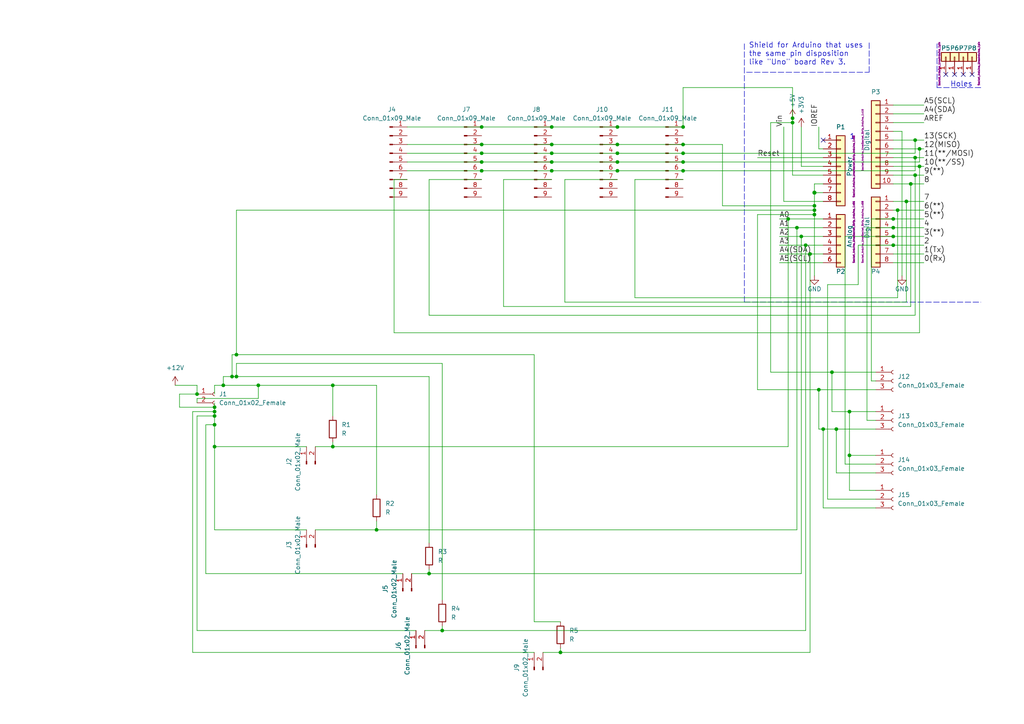
<source format=kicad_sch>
(kicad_sch (version 20211123) (generator eeschema)
  (paper "A4")
  (title_block (date "lun. 30 mars 2015"))
  (lib_symbols
    (symbol "Connector:Conn_01x02_Female" (pin_names (offset 1.016) hide)
      (property "Reference" "J" (at 0 2.54 0))
      (property "Value" "Conn_01x02_Female" (at 0 -5.08 0))
      (symbol "Conn_01x02_Female_1_1"
        (arc (start 0 -2.032) (mid -0.508 -2.54) (end 0 -3.048) (stroke (width 0.1524)))
        (polyline (pts (xy -1.27 -2.54) (xy -0.508 -2.54)) (stroke (width 0.1524)))
        (polyline (pts (xy -1.27 0) (xy -0.508 0)) (stroke (width 0.1524)))
        (arc (start 0 0.508) (mid -0.508 0) (end 0 -0.508) (stroke (width 0.1524)))
        (pin passive line (at -5.08 0 0) (length 3.81) (name "Pin_1") (number "1"))
        (pin passive line (at -5.08 -2.54 0) (length 3.81) (name "Pin_2") (number "2"))
      )
    )
    (symbol "Connector:Conn_01x02_Male" (pin_names (offset 1.016) hide)
      (property "Reference" "J" (at 0 2.54 0))
      (property "Value" "Conn_01x02_Male" (at 0 -5.08 0))
      (symbol "Conn_01x02_Male_1_1"
        (polyline (pts (xy 1.27 -2.54) (xy 0.8636 -2.54)) (stroke (width 0.1524)))
        (polyline (pts (xy 1.27 0) (xy 0.8636 0)) (stroke (width 0.1524)))
        (rectangle (start 0.8636 -2.413) (end 0 -2.667) (stroke (width 0.1524)) (fill (type outline)))
        (rectangle (start 0.8636 0.127) (end 0 -0.127) (stroke (width 0.1524)) (fill (type outline)))
        (pin passive line (at 5.08 0 180) (length 3.81) (name "Pin_1") (number "1"))
        (pin passive line (at 5.08 -2.54 180) (length 3.81) (name "Pin_2") (number "2"))
      )
    )
    (symbol "Connector:Conn_01x03_Female" (pin_names (offset 1.016) hide)
      (property "Reference" "J" (at 0 5.08 0))
      (property "Value" "Conn_01x03_Female" (at 0 -5.08 0))
      (symbol "Conn_01x03_Female_1_1"
        (arc (start 0 -2.032) (mid -0.508 -2.54) (end 0 -3.048) (stroke (width 0.1524)))
        (polyline (pts (xy -1.27 -2.54) (xy -0.508 -2.54)) (stroke (width 0.1524)))
        (polyline (pts (xy -1.27 0) (xy -0.508 0)) (stroke (width 0.1524)))
        (polyline (pts (xy -1.27 2.54) (xy -0.508 2.54)) (stroke (width 0.1524)))
        (arc (start 0 0.508) (mid -0.508 0) (end 0 -0.508) (stroke (width 0.1524)))
        (arc (start 0 3.048) (mid -0.508 2.54) (end 0 2.032) (stroke (width 0.1524)))
        (pin passive line (at -5.08 2.54 0) (length 3.81) (name "Pin_1") (number "1"))
        (pin passive line (at -5.08 0 0) (length 3.81) (name "Pin_2") (number "2"))
        (pin passive line (at -5.08 -2.54 0) (length 3.81) (name "Pin_3") (number "3"))
      )
    )
    (symbol "Connector:Conn_01x09_Male" (pin_names (offset 1.016) hide)
      (property "Reference" "J" (at 0 12.7 0))
      (property "Value" "Conn_01x09_Male" (at 0 -12.7 0))
      (symbol "Conn_01x09_Male_1_1"
        (polyline (pts (xy 1.27 -10.16) (xy 0.8636 -10.16)) (stroke (width 0.1524)))
        (polyline (pts (xy 1.27 -7.62) (xy 0.8636 -7.62)) (stroke (width 0.1524)))
        (polyline (pts (xy 1.27 -5.08) (xy 0.8636 -5.08)) (stroke (width 0.1524)))
        (polyline (pts (xy 1.27 -2.54) (xy 0.8636 -2.54)) (stroke (width 0.1524)))
        (polyline (pts (xy 1.27 0) (xy 0.8636 0)) (stroke (width 0.1524)))
        (polyline (pts (xy 1.27 2.54) (xy 0.8636 2.54)) (stroke (width 0.1524)))
        (polyline (pts (xy 1.27 5.08) (xy 0.8636 5.08)) (stroke (width 0.1524)))
        (polyline (pts (xy 1.27 7.62) (xy 0.8636 7.62)) (stroke (width 0.1524)))
        (polyline (pts (xy 1.27 10.16) (xy 0.8636 10.16)) (stroke (width 0.1524)))
        (rectangle (start 0.8636 -10.033) (end 0 -10.287) (stroke (width 0.1524)) (fill (type outline)))
        (rectangle (start 0.8636 -7.493) (end 0 -7.747) (stroke (width 0.1524)) (fill (type outline)))
        (rectangle (start 0.8636 -4.953) (end 0 -5.207) (stroke (width 0.1524)) (fill (type outline)))
        (rectangle (start 0.8636 -2.413) (end 0 -2.667) (stroke (width 0.1524)) (fill (type outline)))
        (rectangle (start 0.8636 0.127) (end 0 -0.127) (stroke (width 0.1524)) (fill (type outline)))
        (rectangle (start 0.8636 2.667) (end 0 2.413) (stroke (width 0.1524)) (fill (type outline)))
        (rectangle (start 0.8636 5.207) (end 0 4.953) (stroke (width 0.1524)) (fill (type outline)))
        (rectangle (start 0.8636 7.747) (end 0 7.493) (stroke (width 0.1524)) (fill (type outline)))
        (rectangle (start 0.8636 10.287) (end 0 10.033) (stroke (width 0.1524)) (fill (type outline)))
        (pin passive line (at 5.08 10.16 180) (length 3.81) (name "Pin_1") (number "1"))
        (pin passive line (at 5.08 7.62 180) (length 3.81) (name "Pin_2") (number "2"))
        (pin passive line (at 5.08 5.08 180) (length 3.81) (name "Pin_3") (number "3"))
        (pin passive line (at 5.08 2.54 180) (length 3.81) (name "Pin_4") (number "4"))
        (pin passive line (at 5.08 0 180) (length 3.81) (name "Pin_5") (number "5"))
        (pin passive line (at 5.08 -2.54 180) (length 3.81) (name "Pin_6") (number "6"))
        (pin passive line (at 5.08 -5.08 180) (length 3.81) (name "Pin_7") (number "7"))
        (pin passive line (at 5.08 -7.62 180) (length 3.81) (name "Pin_8") (number "8"))
        (pin passive line (at 5.08 -10.16 180) (length 3.81) (name "Pin_9") (number "9"))
      )
    )
    (symbol "Connector_Generic:Conn_01x01" (pin_names (offset 1.016) hide)
      (property "Reference" "J" (at 0 2.54 0))
      (property "Value" "Conn_01x01" (at 0 -2.54 0))
      (symbol "Conn_01x01_1_1"
        (rectangle (start -1.27 0.127) (end 0 -0.127) (stroke (width 0.1524)))
        (rectangle (start -1.27 1.27) (end 1.27 -1.27) (stroke (width 0.254)) (fill (type background)))
        (pin passive line (at -5.08 0 0) (length 3.81) (name "Pin_1") (number "1"))
      )
    )
    (symbol "Connector_Generic:Conn_01x06" (pin_names (offset 1.016) hide)
      (property "Reference" "J" (at 0 7.62 0))
      (property "Value" "Conn_01x06" (at 0 -10.16 0))
      (symbol "Conn_01x06_1_1"
        (rectangle (start -1.27 -7.493) (end 0 -7.747) (stroke (width 0.1524)))
        (rectangle (start -1.27 -4.953) (end 0 -5.207) (stroke (width 0.1524)))
        (rectangle (start -1.27 -2.413) (end 0 -2.667) (stroke (width 0.1524)))
        (rectangle (start -1.27 0.127) (end 0 -0.127) (stroke (width 0.1524)))
        (rectangle (start -1.27 2.667) (end 0 2.413) (stroke (width 0.1524)))
        (rectangle (start -1.27 5.207) (end 0 4.953) (stroke (width 0.1524)))
        (rectangle (start -1.27 6.35) (end 1.27 -8.89) (stroke (width 0.254)) (fill (type background)))
        (pin passive line (at -5.08 5.08 0) (length 3.81) (name "Pin_1") (number "1"))
        (pin passive line (at -5.08 2.54 0) (length 3.81) (name "Pin_2") (number "2"))
        (pin passive line (at -5.08 0 0) (length 3.81) (name "Pin_3") (number "3"))
        (pin passive line (at -5.08 -2.54 0) (length 3.81) (name "Pin_4") (number "4"))
        (pin passive line (at -5.08 -5.08 0) (length 3.81) (name "Pin_5") (number "5"))
        (pin passive line (at -5.08 -7.62 0) (length 3.81) (name "Pin_6") (number "6"))
      )
    )
    (symbol "Connector_Generic:Conn_01x08" (pin_names (offset 1.016) hide)
      (property "Reference" "J" (at 0 10.16 0))
      (property "Value" "Conn_01x08" (at 0 -12.7 0))
      (symbol "Conn_01x08_1_1"
        (rectangle (start -1.27 -10.033) (end 0 -10.287) (stroke (width 0.1524)))
        (rectangle (start -1.27 -7.493) (end 0 -7.747) (stroke (width 0.1524)))
        (rectangle (start -1.27 -4.953) (end 0 -5.207) (stroke (width 0.1524)))
        (rectangle (start -1.27 -2.413) (end 0 -2.667) (stroke (width 0.1524)))
        (rectangle (start -1.27 0.127) (end 0 -0.127) (stroke (width 0.1524)))
        (rectangle (start -1.27 2.667) (end 0 2.413) (stroke (width 0.1524)))
        (rectangle (start -1.27 5.207) (end 0 4.953) (stroke (width 0.1524)))
        (rectangle (start -1.27 7.747) (end 0 7.493) (stroke (width 0.1524)))
        (rectangle (start -1.27 8.89) (end 1.27 -11.43) (stroke (width 0.254)) (fill (type background)))
        (pin passive line (at -5.08 7.62 0) (length 3.81) (name "Pin_1") (number "1"))
        (pin passive line (at -5.08 5.08 0) (length 3.81) (name "Pin_2") (number "2"))
        (pin passive line (at -5.08 2.54 0) (length 3.81) (name "Pin_3") (number "3"))
        (pin passive line (at -5.08 0 0) (length 3.81) (name "Pin_4") (number "4"))
        (pin passive line (at -5.08 -2.54 0) (length 3.81) (name "Pin_5") (number "5"))
        (pin passive line (at -5.08 -5.08 0) (length 3.81) (name "Pin_6") (number "6"))
        (pin passive line (at -5.08 -7.62 0) (length 3.81) (name "Pin_7") (number "7"))
        (pin passive line (at -5.08 -10.16 0) (length 3.81) (name "Pin_8") (number "8"))
      )
    )
    (symbol "Connector_Generic:Conn_01x10" (pin_names (offset 1.016) hide)
      (property "Reference" "J" (at 0 12.7 0))
      (property "Value" "Conn_01x10" (at 0 -15.24 0))
      (symbol "Conn_01x10_1_1"
        (rectangle (start -1.27 -12.573) (end 0 -12.827) (stroke (width 0.1524)))
        (rectangle (start -1.27 -10.033) (end 0 -10.287) (stroke (width 0.1524)))
        (rectangle (start -1.27 -7.493) (end 0 -7.747) (stroke (width 0.1524)))
        (rectangle (start -1.27 -4.953) (end 0 -5.207) (stroke (width 0.1524)))
        (rectangle (start -1.27 -2.413) (end 0 -2.667) (stroke (width 0.1524)))
        (rectangle (start -1.27 0.127) (end 0 -0.127) (stroke (width 0.1524)))
        (rectangle (start -1.27 2.667) (end 0 2.413) (stroke (width 0.1524)))
        (rectangle (start -1.27 5.207) (end 0 4.953) (stroke (width 0.1524)))
        (rectangle (start -1.27 7.747) (end 0 7.493) (stroke (width 0.1524)))
        (rectangle (start -1.27 10.287) (end 0 10.033) (stroke (width 0.1524)))
        (rectangle (start -1.27 11.43) (end 1.27 -13.97) (stroke (width 0.254)) (fill (type background)))
        (pin passive line (at -5.08 10.16 0) (length 3.81) (name "Pin_1") (number "1"))
        (pin passive line (at -5.08 -12.7 0) (length 3.81) (name "Pin_10") (number "10"))
        (pin passive line (at -5.08 7.62 0) (length 3.81) (name "Pin_2") (number "2"))
        (pin passive line (at -5.08 5.08 0) (length 3.81) (name "Pin_3") (number "3"))
        (pin passive line (at -5.08 2.54 0) (length 3.81) (name "Pin_4") (number "4"))
        (pin passive line (at -5.08 0 0) (length 3.81) (name "Pin_5") (number "5"))
        (pin passive line (at -5.08 -2.54 0) (length 3.81) (name "Pin_6") (number "6"))
        (pin passive line (at -5.08 -5.08 0) (length 3.81) (name "Pin_7") (number "7"))
        (pin passive line (at -5.08 -7.62 0) (length 3.81) (name "Pin_8") (number "8"))
        (pin passive line (at -5.08 -10.16 0) (length 3.81) (name "Pin_9") (number "9"))
      )
    )
    (symbol "Device:R" (pin_numbers hide) (pin_names (offset 0))
      (property "Reference" "R" (at 2.032 0 90))
      (property "Value" "R" (at 0 0 90))
      (symbol "R_0_1"
        (rectangle (start -1.016 -2.54) (end 1.016 2.54) (stroke (width 0.254)))
      )
      (symbol "R_1_1"
        (pin passive line (at 0 3.81 270) (length 1.27) (name "~") (number "1"))
        (pin passive line (at 0 -3.81 90) (length 1.27) (name "~") (number "2"))
      )
    )
    (symbol "power:+12V" (power) (pin_names (offset 0))
      (property "Value" "+12V" (at 0 3.556 0))
      (symbol "+12V_0_1"
        (polyline (pts (xy -0.762 1.27) (xy 0 2.54)))
        (polyline (pts (xy 0 0) (xy 0 2.54)))
        (polyline (pts (xy 0 2.54) (xy 0.762 1.27)))
      )
      (symbol "+12V_1_1"
        (pin power_in line (at 0 0 90) (length 0) hide (name "+12V") (number "1"))
      )
    )
    (symbol "power:+3.3V" (power) (pin_names (offset 0))
      (property "Value" "+3.3V" (at 0 3.556 0))
      (symbol "+3.3V_0_1"
        (polyline (pts (xy -0.762 1.27) (xy 0 2.54)))
        (polyline (pts (xy 0 0) (xy 0 2.54)))
        (polyline (pts (xy 0 2.54) (xy 0.762 1.27)))
      )
      (symbol "+3.3V_1_1"
        (pin power_in line (at 0 0 90) (length 0) hide (name "+3V3") (number "1"))
      )
    )
    (symbol "power:+5V" (power) (pin_names (offset 0))
      (property "Value" "+5V" (at 0 3.556 0))
      (symbol "+5V_0_1"
        (polyline (pts (xy -0.762 1.27) (xy 0 2.54)))
        (polyline (pts (xy 0 0) (xy 0 2.54)))
        (polyline (pts (xy 0 2.54) (xy 0.762 1.27)))
      )
      (symbol "+5V_1_1"
        (pin power_in line (at 0 0 90) (length 0) hide (name "+5V") (number "1"))
      )
    )
    (symbol "power:GND" (power) (pin_names (offset 0))
      (property "Value" "GND" (at 0 -3.81 0))
      (symbol "GND_0_1"
        (polyline (pts (xy 0 0) (xy 0 -1.27) (xy 1.27 -1.27) (xy 0 -2.54) (xy -1.27 -1.27) (xy 0 -1.27)))
      )
      (symbol "GND_1_1"
        (pin power_in line (at 0 0 270) (length 0) hide (name "GND") (number "1"))
      )
    )
  )
  (junction (at 67.31 109.22))
  (junction (at 198.12 41.91))
  (junction (at 179.07 46.99))
  (junction (at 246.38 119.38))
  (junction (at 62.23 129.54))
  (junction (at 160.02 44.45))
  (junction (at 262.89 58.42))
  (junction (at 237.49 113.03))
  (junction (at 62.23 119.38))
  (junction (at 265.43 45.72))
  (junction (at 139.7 49.53))
  (junction (at 62.23 123.19))
  (junction (at 236.22 62.23))
  (junction (at 266.7 48.26))
  (junction (at 198.12 36.83))
  (junction (at 246.38 132.08))
  (junction (at 179.07 36.83))
  (junction (at 242.57 124.46))
  (junction (at 234.95 73.66))
  (junction (at 198.12 49.53))
  (junction (at 62.23 118.11))
  (junction (at 259.08 71.12))
  (junction (at 198.12 44.45))
  (junction (at 68.58 102.87))
  (junction (at 229.87 35.56))
  (junction (at 179.07 41.91))
  (junction (at 74.93 111.76))
  (junction (at 139.7 41.91))
  (junction (at 109.22 153.67))
  (junction (at 162.56 189.23))
  (junction (at 128.27 182.88))
  (junction (at 179.07 49.53))
  (junction (at 96.52 129.54))
  (junction (at 265.43 40.64))
  (junction (at 236.22 60.96))
  (junction (at 139.7 46.99))
  (junction (at 241.3 107.95))
  (junction (at 160.02 41.91))
  (junction (at 231.14 66.04))
  (junction (at 259.08 68.58))
  (junction (at 266.7 43.18))
  (junction (at 236.22 59.69))
  (junction (at 139.7 44.45))
  (junction (at 236.22 55.88) (diameter 1.016))
  (junction (at 160.02 49.53))
  (junction (at 260.35 60.96))
  (junction (at 229.87 34.29))
  (junction (at 64.77 111.76))
  (junction (at 160.02 46.99))
  (junction (at 259.08 63.5))
  (junction (at 228.6 63.5))
  (junction (at 232.41 68.58))
  (junction (at 259.08 66.04))
  (junction (at 179.07 44.45))
  (junction (at 238.76 124.46))
  (junction (at 198.12 46.99))
  (junction (at 96.52 111.76))
  (junction (at 233.68 71.12))
  (junction (at 57.15 114.3))
  (junction (at 68.58 109.22))
  (junction (at 124.46 166.37))
  (junction (at 139.7 36.83))
  (junction (at 160.02 36.83))
  (junction (at 265.43 50.8))
  (junction (at 264.16 53.34))
  (junction (at 62.23 120.65))
  (no_connect (at 279.4 21.59))
  (no_connect (at 274.32 21.59))
  (no_connect (at 276.86 21.59))
  (no_connect (at 281.94 21.59))
  (no_connect (at 238.76 40.64))
  (wire (pts (xy 254 142.24) (xy 246.38 142.24)))
  (wire (pts (xy 59.69 166.37) (xy 59.69 123.19)))
  (wire (pts (xy 114.3 52.07) (xy 114.3 96.52)))
  (wire (pts (xy 68.58 109.22) (xy 67.31 109.22)))
  (wire (pts (xy 242.57 124.46) (xy 238.76 124.46)))
  (wire (pts (xy 118.11 41.91) (xy 139.7 41.91)))
  (wire (pts (xy 238.76 48.26) (xy 232.41 48.26)))
  (wire (pts (xy 179.07 41.91) (xy 198.12 41.91)))
  (wire (pts (xy 238.76 71.12) (xy 233.68 71.12)))
  (wire (pts (xy 114.3 96.52) (xy 266.7 96.52)))
  (wire (pts (xy 57.15 114.3) (xy 52.07 114.3)))
  (wire (pts (xy 254 110.49) (xy 252.73 110.49)))
  (polyline (pts (xy 252.095 20.955) (xy 252.095 12.065)) (stroke (width 0) (type dash)))
  (wire (pts (xy 240.03 82.55) (xy 248.92 82.55)))
  (wire (pts (xy 179.07 52.07) (xy 163.83 52.07)))
  (wire (pts (xy 259.08 63.5) (xy 267.97 63.5)))
  (wire (pts (xy 251.46 121.92) (xy 251.46 66.04)))
  (wire (pts (xy 237.49 113.03) (xy 219.71 113.03)))
  (wire (pts (xy 57.15 116.84) (xy 57.15 115.57)))
  (wire (pts (xy 184.15 86.36) (xy 260.35 86.36)))
  (wire (pts (xy 96.52 111.76) (xy 96.52 120.65)))
  (wire (pts (xy 232.41 68.58) (xy 226.06 68.58)))
  (wire (pts (xy 124.46 166.37) (xy 232.41 166.37)))
  (wire (pts (xy 62.23 123.19) (xy 62.23 129.54)))
  (wire (pts (xy 254 134.62) (xy 245.11 134.62)))
  (wire (pts (xy 265.43 44.45) (xy 265.43 40.64)))
  (wire (pts (xy 128.27 182.88) (xy 233.68 182.88)))
  (wire (pts (xy 124.46 52.07) (xy 124.46 91.44)))
  (wire (pts (xy 266.7 43.18) (xy 267.97 43.18)))
  (wire (pts (xy 154.94 180.34) (xy 162.56 180.34)))
  (wire (pts (xy 262.89 87.63) (xy 262.89 58.42)))
  (wire (pts (xy 139.7 52.07) (xy 124.46 52.07)))
  (wire (pts (xy 55.88 119.38) (xy 62.23 119.38)))
  (wire (pts (xy 64.77 111.76) (xy 62.23 111.76)))
  (wire (pts (xy 254 121.92) (xy 251.46 121.92)))
  (wire (pts (xy 57.15 120.65) (xy 62.23 120.65)))
  (wire (pts (xy 246.38 132.08) (xy 246.38 142.24)))
  (wire (pts (xy 160.02 44.45) (xy 179.07 44.45)))
  (wire (pts (xy 62.23 129.54) (xy 62.23 153.67)))
  (wire (pts (xy 139.7 41.91) (xy 160.02 41.91)))
  (wire (pts (xy 236.22 53.34) (xy 236.22 55.88)))
  (wire (pts (xy 229.87 35.56) (xy 229.87 50.8)))
  (wire (pts (xy 233.68 71.12) (xy 226.06 71.12)))
  (wire (pts (xy 160.02 52.07) (xy 146.05 52.07)))
  (wire (pts (xy 62.23 153.67) (xy 88.9 153.67)))
  (wire (pts (xy 162.56 189.23) (xy 234.95 189.23)))
  (wire (pts (xy 266.7 46.99) (xy 266.7 43.18)))
  (wire (pts (xy 259.08 43.18) (xy 266.7 43.18)))
  (wire (pts (xy 265.43 91.44) (xy 265.43 50.8)))
  (wire (pts (xy 160.02 41.91) (xy 179.07 41.91)))
  (wire (pts (xy 261.62 38.1) (xy 261.62 80.01)))
  (wire (pts (xy 238.76 53.34) (xy 236.22 53.34)))
  (wire (pts (xy 236.22 60.96) (xy 236.22 62.23)))
  (wire (pts (xy 123.19 182.88) (xy 128.27 182.88)))
  (wire (pts (xy 109.22 153.67) (xy 109.22 151.13)))
  (wire (pts (xy 55.88 189.23) (xy 154.94 189.23)))
  (wire (pts (xy 236.22 62.23) (xy 236.22 80.01)))
  (wire (pts (xy 234.95 73.66) (xy 226.06 73.66)))
  (wire (pts (xy 57.15 111.76) (xy 57.15 114.3)))
  (wire (pts (xy 198.12 52.07) (xy 184.15 52.07)))
  (wire (pts (xy 231.14 66.04) (xy 226.06 66.04)))
  (wire (pts (xy 236.22 59.69) (xy 236.22 60.96)))
  (wire (pts (xy 74.93 115.57) (xy 74.93 111.76)))
  (wire (pts (xy 246.38 119.38) (xy 241.3 119.38)))
  (wire (pts (xy 241.3 107.95) (xy 223.52 107.95)))
  (wire (pts (xy 264.16 53.34) (xy 267.97 53.34)))
  (wire (pts (xy 219.71 62.23) (xy 236.22 62.23)))
  (wire (pts (xy 128.27 182.88) (xy 128.27 181.61)))
  (wire (pts (xy 259.08 53.34) (xy 264.16 53.34)))
  (wire (pts (xy 237.49 43.18) (xy 238.76 43.18)))
  (wire (pts (xy 124.46 91.44) (xy 265.43 91.44)))
  (wire (pts (xy 266.7 96.52) (xy 266.7 48.26)))
  (wire (pts (xy 238.76 50.8) (xy 229.87 50.8)))
  (wire (pts (xy 238.76 147.32) (xy 238.76 124.46)))
  (wire (pts (xy 241.3 119.38) (xy 241.3 107.95)))
  (wire (pts (xy 229.87 25.4) (xy 198.12 25.4)))
  (wire (pts (xy 260.35 86.36) (xy 260.35 60.96)))
  (wire (pts (xy 238.76 124.46) (xy 237.49 124.46)))
  (wire (pts (xy 238.76 147.32) (xy 254 147.32)))
  (wire (pts (xy 198.12 46.99) (xy 266.7 46.99)))
  (wire (pts (xy 254 107.95) (xy 241.3 107.95)))
  (wire (pts (xy 139.7 49.53) (xy 160.02 49.53)))
  (wire (pts (xy 62.23 120.65) (xy 62.23 123.19)))
  (wire (pts (xy 254 132.08) (xy 246.38 132.08)))
  (wire (pts (xy 259.08 40.64) (xy 265.43 40.64)))
  (wire (pts (xy 160.02 46.99) (xy 179.07 46.99)))
  (wire (pts (xy 139.7 46.99) (xy 160.02 46.99)))
  (wire (pts (xy 179.07 49.53) (xy 198.12 49.53)))
  (wire (pts (xy 259.08 58.42) (xy 262.89 58.42)))
  (wire (pts (xy 238.76 66.04) (xy 231.14 66.04)))
  (wire (pts (xy 219.71 113.03) (xy 219.71 62.23)))
  (wire (pts (xy 259.08 30.48) (xy 267.97 30.48)))
  (wire (pts (xy 139.7 44.45) (xy 160.02 44.45)))
  (wire (pts (xy 240.03 144.78) (xy 240.03 82.55)))
  (wire (pts (xy 179.07 44.45) (xy 198.12 44.45)))
  (wire (pts (xy 118.11 36.83) (xy 139.7 36.83)))
  (wire (pts (xy 62.23 118.11) (xy 62.23 119.38)))
  (wire (pts (xy 259.08 71.12) (xy 267.97 71.12)))
  (wire (pts (xy 96.52 129.54) (xy 228.6 129.54)))
  (wire (pts (xy 157.48 189.23) (xy 162.56 189.23)))
  (wire (pts (xy 62.23 111.76) (xy 62.23 114.3)))
  (wire (pts (xy 242.57 137.16) (xy 242.57 124.46)))
  (wire (pts (xy 265.43 45.72) (xy 267.97 45.72)))
  (wire (pts (xy 118.11 44.45) (xy 139.7 44.45)))
  (wire (pts (xy 242.57 137.16) (xy 254 137.16)))
  (wire (pts (xy 238.76 58.42) (xy 227.33 58.42)))
  (wire (pts (xy 52.07 118.11) (xy 62.23 118.11)))
  (wire (pts (xy 237.49 124.46) (xy 237.49 113.03)))
  (wire (pts (xy 68.58 105.41) (xy 68.58 109.22)))
  (wire (pts (xy 240.03 144.78) (xy 254 144.78)))
  (wire (pts (xy 68.58 102.87) (xy 67.31 102.87)))
  (wire (pts (xy 59.69 166.37) (xy 116.84 166.37)))
  (wire (pts (xy 248.92 82.55) (xy 248.92 71.12)))
  (wire (pts (xy 62.23 119.38) (xy 62.23 120.65)))
  (wire (pts (xy 198.12 41.91) (xy 209.55 41.91)))
  (wire (pts (xy 118.11 52.07) (xy 114.3 52.07)))
  (wire (pts (xy 55.88 189.23) (xy 55.88 119.38)))
  (wire (pts (xy 163.83 87.63) (xy 262.89 87.63)))
  (wire (pts (xy 119.38 166.37) (xy 124.46 166.37)))
  (wire (pts (xy 228.6 63.5) (xy 226.06 63.5)))
  (wire (pts (xy 265.43 40.64) (xy 267.97 40.64)))
  (wire (pts (xy 160.02 36.83) (xy 179.07 36.83)))
  (wire (pts (xy 238.76 63.5) (xy 228.6 63.5)))
  (wire (pts (xy 96.52 111.76) (xy 74.93 111.76)))
  (wire (pts (xy 67.31 102.87) (xy 67.31 109.22)))
  (wire (pts (xy 265.43 50.8) (xy 267.97 50.8)))
  (wire (pts (xy 259.08 45.72) (xy 265.43 45.72)))
  (wire (pts (xy 124.46 166.37) (xy 124.46 165.1)))
  (wire (pts (xy 238.76 73.66) (xy 234.95 73.66)))
  (wire (pts (xy 254 113.03) (xy 237.49 113.03)))
  (wire (pts (xy 146.05 88.9) (xy 264.16 88.9)))
  (wire (pts (xy 254 119.38) (xy 246.38 119.38)))
  (polyline (pts (xy 284.48 25.4) (xy 271.78 25.4)) (stroke (width 0) (type dash)))
  (wire (pts (xy 109.22 111.76) (xy 96.52 111.76)))
  (wire (pts (xy 184.15 52.07) (xy 184.15 86.36)))
  (wire (pts (xy 57.15 182.88) (xy 120.65 182.88)))
  (wire (pts (xy 265.43 49.53) (xy 265.43 45.72)))
  (wire (pts (xy 50.8 111.76) (xy 57.15 111.76)))
  (wire (pts (xy 238.76 45.72) (xy 219.71 45.72)))
  (wire (pts (xy 259.08 38.1) (xy 261.62 38.1)))
  (wire (pts (xy 238.76 55.88) (xy 236.22 55.88)))
  (wire (pts (xy 57.15 182.88) (xy 57.15 120.65)))
  (wire (pts (xy 259.08 50.8) (xy 265.43 50.8)))
  (wire (pts (xy 162.56 189.23) (xy 162.56 187.96)))
  (wire (pts (xy 252.73 63.5) (xy 259.08 63.5)))
  (wire (pts (xy 160.02 49.53) (xy 179.07 49.53)))
  (wire (pts (xy 236.22 55.88) (xy 236.22 59.69)))
  (wire (pts (xy 260.35 60.96) (xy 267.97 60.96)))
  (wire (pts (xy 246.38 132.08) (xy 246.38 119.38)))
  (wire (pts (xy 96.52 129.54) (xy 96.52 128.27)))
  (wire (pts (xy 227.33 58.42) (xy 227.33 36.83)))
  (wire (pts (xy 236.22 60.96) (xy 68.58 60.96)))
  (wire (pts (xy 124.46 109.22) (xy 68.58 109.22)))
  (wire (pts (xy 139.7 36.83) (xy 160.02 36.83)))
  (wire (pts (xy 109.22 111.76) (xy 109.22 143.51)))
  (wire (pts (xy 91.44 153.67) (xy 109.22 153.67)))
  (polyline (pts (xy 215.9 87.63) (xy 284.48 87.63)) (stroke (width 0) (type dash)))
  (wire (pts (xy 259.08 68.58) (xy 267.97 68.58)))
  (wire (pts (xy 251.46 66.04) (xy 259.08 66.04)))
  (wire (pts (xy 252.73 110.49) (xy 252.73 63.5)))
  (wire (pts (xy 109.22 153.67) (xy 231.14 153.67)))
  (wire (pts (xy 91.44 129.54) (xy 96.52 129.54)))
  (wire (pts (xy 223.52 35.56) (xy 229.87 35.56)))
  (wire (pts (xy 163.83 52.07) (xy 163.83 87.63)))
  (wire (pts (xy 264.16 88.9) (xy 264.16 53.34)))
  (wire (pts (xy 238.76 76.2) (xy 226.06 76.2)))
  (wire (pts (xy 198.12 49.53) (xy 265.43 49.53)))
  (wire (pts (xy 64.77 109.22) (xy 64.77 111.76)))
  (wire (pts (xy 179.07 36.83) (xy 198.12 36.83)))
  (wire (pts (xy 259.08 73.66) (xy 267.97 73.66)))
  (polyline (pts (xy 271.78 25.4) (xy 271.78 12.7)) (stroke (width 0) (type dash)))
  (wire (pts (xy 231.14 153.67) (xy 231.14 66.04)))
  (wire (pts (xy 245.11 68.58) (xy 259.08 68.58)))
  (wire (pts (xy 124.46 109.22) (xy 124.46 157.48)))
  (wire (pts (xy 198.12 25.4) (xy 198.12 36.83)))
  (wire (pts (xy 259.08 60.96) (xy 260.35 60.96)))
  (wire (pts (xy 59.69 123.19) (xy 62.23 123.19)))
  (wire (pts (xy 254 124.46) (xy 242.57 124.46)))
  (wire (pts (xy 179.07 46.99) (xy 198.12 46.99)))
  (wire (pts (xy 229.87 25.4) (xy 229.87 34.29)))
  (wire (pts (xy 209.55 59.69) (xy 236.22 59.69)))
  (wire (pts (xy 52.07 114.3) (xy 52.07 118.11)))
  (wire (pts (xy 154.94 180.34) (xy 154.94 102.87)))
  (wire (pts (xy 245.11 134.62) (xy 245.11 68.58)))
  (wire (pts (xy 62.23 116.84) (xy 62.23 118.11)))
  (wire (pts (xy 259.08 33.02) (xy 267.97 33.02)))
  (wire (pts (xy 266.7 48.26) (xy 267.97 48.26)))
  (wire (pts (xy 57.15 115.57) (xy 74.93 115.57)))
  (wire (pts (xy 209.55 41.91) (xy 209.55 59.69)))
  (wire (pts (xy 259.08 35.56) (xy 267.97 35.56)))
  (wire (pts (xy 233.68 182.88) (xy 233.68 71.12)))
  (wire (pts (xy 67.31 109.22) (xy 64.77 109.22)))
  (wire (pts (xy 223.52 107.95) (xy 223.52 35.56)))
  (polyline (pts (xy 215.9 12.7) (xy 215.9 87.63)) (stroke (width 0) (type dash)))
  (wire (pts (xy 128.27 105.41) (xy 128.27 173.99)))
  (wire (pts (xy 262.89 58.42) (xy 267.97 58.42)))
  (wire (pts (xy 228.6 129.54) (xy 228.6 63.5)))
  (wire (pts (xy 232.41 48.26) (xy 232.41 36.83)))
  (wire (pts (xy 237.49 36.83) (xy 237.49 43.18)))
  (wire (pts (xy 232.41 166.37) (xy 232.41 68.58)))
  (wire (pts (xy 62.23 129.54) (xy 88.9 129.54)))
  (wire (pts (xy 259.08 76.2) (xy 267.97 76.2)))
  (wire (pts (xy 74.93 111.76) (xy 64.77 111.76)))
  (wire (pts (xy 234.95 189.23) (xy 234.95 73.66)))
  (wire (pts (xy 259.08 48.26) (xy 266.7 48.26)))
  (wire (pts (xy 154.94 102.87) (xy 68.58 102.87)))
  (wire (pts (xy 118.11 49.53) (xy 139.7 49.53)))
  (wire (pts (xy 128.27 105.41) (xy 68.58 105.41)))
  (wire (pts (xy 198.12 44.45) (xy 265.43 44.45)))
  (wire (pts (xy 118.11 46.99) (xy 139.7 46.99)))
  (wire (pts (xy 68.58 60.96) (xy 68.58 102.87)))
  (wire (pts (xy 238.76 68.58) (xy 232.41 68.58)))
  (wire (pts (xy 146.05 52.07) (xy 146.05 88.9)))
  (wire (pts (xy 229.87 34.29) (xy 229.87 35.56)))
  (polyline (pts (xy 216.535 20.955) (xy 252.095 20.955)) (stroke (width 0) (type dash)))
  (wire (pts (xy 248.92 71.12) (xy 259.08 71.12)))
  (wire (pts (xy 259.08 66.04) (xy 267.97 66.04)))
  (text "Holes" (at 275.59 25.4 0) (effects (font (size 1.524 1.524)) (justify left bottom)))
  (text "Shield for Arduino that uses\nthe same pin disposition\nlike \"Uno\" board Rev 3." (at 217.17 19.05 0) (effects (font (size 1.524 1.524)) (justify left bottom)))
  (text "1" (at 246.38 40.64 0) (effects (font (size 1.524 1.524)) (justify left bottom)))
  (label "Vin" (at 227.33 36.83 90) (effects (font (size 1.524 1.524))))
  (label "0(Rx)" (at 267.97 76.2 0) (effects (font (size 1.524 1.524))))
  (label "A4(SDA)" (at 226.06 73.66 0) (effects (font (size 1.524 1.524))))
  (label "4" (at 267.97 66.04 0) (effects (font (size 1.524 1.524))))
  (label "5(**)" (at 267.97 63.5 0) (effects (font (size 1.524 1.524))))
  (label "A2" (at 226.06 68.58 0) (effects (font (size 1.524 1.524))))
  (label "A5(SCL)" (at 226.06 76.2 0) (effects (font (size 1.524 1.524))))
  (label "A0" (at 226.06 63.5 0) (effects (font (size 1.524 1.524))))
  (label "A1" (at 226.06 66.04 0) (effects (font (size 1.524 1.524))))
  (label "10(**/SS)" (at 267.97 48.26 0) (effects (font (size 1.524 1.524))))
  (label "13(SCK)" (at 267.97 40.64 0) (effects (font (size 1.524 1.524))))
  (label "7" (at 267.97 58.42 0) (effects (font (size 1.524 1.524))))
  (label "A4(SDA)" (at 267.97 33.02 0) (effects (font (size 1.524 1.524))))
  (label "A3" (at 226.06 71.12 0) (effects (font (size 1.524 1.524))))
  (label "Reset" (at 219.71 45.72 0) (effects (font (size 1.524 1.524))))
  (label "2" (at 267.97 71.12 0) (effects (font (size 1.524 1.524))))
  (label "12(MISO)" (at 267.97 43.18 0) (effects (font (size 1.524 1.524))))
  (label "3(**)" (at 267.97 68.58 0) (effects (font (size 1.524 1.524))))
  (label "9(**)" (at 267.97 50.8 0) (effects (font (size 1.524 1.524))))
  (label "8" (at 267.97 53.34 0) (effects (font (size 1.524 1.524))))
  (label "A5(SCL)" (at 267.97 30.48 0) (effects (font (size 1.524 1.524))))
  (label "IOREF" (at 237.49 36.83 90) (effects (font (size 1.524 1.524))))
  (label "AREF" (at 267.97 35.56 0) (effects (font (size 1.524 1.524))))
  (label "11(**/MOSI)" (at 267.97 45.72 0) (effects (font (size 1.524 1.524))))
  (label "1(Tx)" (at 267.97 73.66 0) (effects (font (size 1.524 1.524))))
  (label "6(**)" (at 267.97 60.96 0) (effects (font (size 1.524 1.524))))
  (symbol (lib_id "Connector_Generic:Conn_01x08") (at 243.84 48.26 0) (unit 1)
    (property "Reference" "P1" (at 243.84 36.83 0))
    (property "Value" "Power" (at 246.38 48.26 90))
    (property "Footprint" "Socket_Arduino_Uno:Socket_Strip_Arduino_1x08" (at 247.65 48.26 90) (effects (font (size 0.508 0.508))))
  )
  (symbol (lib_id "power:+3.3V") (at 232.41 36.83 0) (unit 1)
    (property "Reference" "#PWR01" (effects hide))
    (property "Value" "+3.3V" (at 232.41 30.48 90))
  )
  (symbol (lib_id "power:+5V") (at 229.87 34.29 0) (unit 1)
    (property "Reference" "#PWR02" (effects hide))
    (property "Value" "+5V" (at 229.87 29.21 90))
  )
  (symbol (lib_id "power:GND") (at 236.22 80.01 0) (unit 1)
    (property "Reference" "#PWR03" (effects hide))
    (property "Value" "GND" (at 236.22 83.82 0))
  )
  (symbol (lib_id "power:GND") (at 261.62 80.01 0) (unit 1)
    (property "Reference" "#PWR04" (effects hide))
    (property "Value" "GND" (at 261.62 83.82 0))
  )
  (symbol (lib_id "Connector_Generic:Conn_01x06") (at 243.84 68.58 0) (unit 1)
    (property "Reference" "P2" (at 243.84 78.74 0))
    (property "Value" "Analog" (at 246.38 68.58 90))
    (property "Footprint" "Socket_Arduino_Uno:Socket_Strip_Arduino_1x06" (at 247.65 67.31 90) (effects (font (size 0.508 0.508))))
  )
  (symbol (lib_id "Connector_Generic:Conn_01x01") (at 274.32 16.51 90) (unit 1)
    (property "Reference" "P5" (at 274.32 13.97 90))
    (property "Value" "CONN_01X01" (effects hide))
    (property "Footprint" "Socket_Arduino_Uno:Arduino_1pin" (at 272.4404 18.5166 0) (effects (font (size 0.508 0.508))))
  )
  (symbol (lib_id "Connector_Generic:Conn_01x01") (at 276.86 16.51 90) (unit 1)
    (property "Reference" "P6" (at 276.86 13.97 90))
    (property "Value" "CONN_01X01" (effects hide))
    (property "Footprint" "Socket_Arduino_Uno:Arduino_1pin" (effects hide))
  )
  (symbol (lib_id "Connector_Generic:Conn_01x01") (at 279.4 16.51 90) (unit 1)
    (property "Reference" "P7" (at 279.4 13.97 90))
    (property "Value" "CONN_01X01" (effects hide))
    (property "Footprint" "Socket_Arduino_Uno:Arduino_1pin" (effects hide))
  )
  (symbol (lib_id "Connector_Generic:Conn_01x01") (at 281.94 16.51 90) (unit 1)
    (property "Reference" "P8" (at 281.94 13.97 90))
    (property "Value" "CONN_01X01" (effects hide))
    (property "Footprint" "Socket_Arduino_Uno:Arduino_1pin" (at 283.9212 18.4404 0) (effects (font (size 0.508 0.508))))
  )
  (symbol (lib_id "Connector_Generic:Conn_01x08") (at 254 66.04 0) (mirror y) (unit 1)
    (property "Reference" "P4" (at 254 78.74 0))
    (property "Value" "Digital" (at 251.46 66.04 90))
    (property "Footprint" "Socket_Arduino_Uno:Socket_Strip_Arduino_1x08" (at 250.19 67.31 90) (effects (font (size 0.508 0.508))))
  )
  (symbol (lib_id "Connector_Generic:Conn_01x10") (at 254 40.64 0) (mirror y) (unit 1)
    (property "Reference" "P3" (at 254 26.67 0))
    (property "Value" "Digital" (at 251.46 40.64 90))
    (property "Footprint" "Socket_Arduino_Uno:Socket_Strip_Arduino_1x10" (at 250.19 40.64 90) (effects (font (size 0.508 0.508))))
  )
  (symbol (lib_id "Connector:Conn_01x02_Male") (at 154.94 194.31 90) (unit 1)
    (property "Reference" "J9" (at 149.86 193.675 0))
    (property "Value" "Conn_01x02_Male" (at 152.4 193.675 0))
    (property "Footprint" "Connector_PinHeader_2.54mm:PinHeader_1x02_P2.54mm_Vertical" (effects hide))
  )
  (symbol (lib_id "Connector:Conn_01x02_Male") (at 120.65 187.96 90) (unit 1)
    (property "Reference" "J6" (at 115.57 187.325 0))
    (property "Value" "Conn_01x02_Male" (at 118.11 187.325 0))
    (property "Footprint" "Connector_PinHeader_2.54mm:PinHeader_1x02_P2.54mm_Vertical" (effects hide))
  )
  (symbol (lib_id "Device:R") (at 162.56 184.15 0) (unit 1)
    (property "Reference" "R5" (at 165.1 182.8799 0) (effects (justify left)))
    (property "Value" "R" (at 165.1 185.4199 0) (effects (justify left)))
    (property "Footprint" "Resistor_THT:R_Axial_DIN0207_L6.3mm_D2.5mm_P10.16mm_Horizontal" (effects hide))
  )
  (symbol (lib_id "Connector:Conn_01x02_Male") (at 116.84 171.45 90) (unit 1)
    (property "Reference" "J5" (at 111.76 170.815 0))
    (property "Value" "Conn_01x02_Male" (at 114.3 170.815 0))
    (property "Footprint" "Connector_PinHeader_2.54mm:PinHeader_1x02_P2.54mm_Vertical" (effects hide))
  )
  (symbol (lib_id "Connector:Conn_01x09_Male") (at 154.94 46.99 0) (unit 1)
    (property "Reference" "J8" (at 155.575 31.75 0))
    (property "Value" "Conn_01x09_Male" (at 155.575 34.29 0))
    (property "Footprint" "Connector_PinHeader_2.54mm:PinHeader_1x09_P2.54mm_Vertical" (effects hide))
  )
  (symbol (lib_id "Connector:Conn_01x09_Male") (at 193.04 46.99 0) (unit 1)
    (property "Reference" "J11" (at 193.675 31.75 0))
    (property "Value" "Conn_01x09_Male" (at 193.675 34.29 0))
    (property "Footprint" "Connector_PinHeader_2.54mm:PinHeader_1x09_P2.54mm_Vertical" (effects hide))
  )
  (symbol (lib_id "Device:R") (at 109.22 147.32 0) (unit 1)
    (property "Reference" "R2" (at 111.76 146.0499 0) (effects (justify left)))
    (property "Value" "R" (at 111.76 148.5899 0) (effects (justify left)))
    (property "Footprint" "Resistor_THT:R_Axial_DIN0207_L6.3mm_D2.5mm_P10.16mm_Horizontal" (effects hide))
  )
  (symbol (lib_id "Connector:Conn_01x02_Male") (at 88.9 134.62 90) (unit 1)
    (property "Reference" "J2" (at 83.82 133.985 0))
    (property "Value" "Conn_01x02_Male" (at 86.36 133.985 0))
    (property "Footprint" "Connector_PinHeader_2.54mm:PinHeader_1x02_P2.54mm_Vertical" (effects hide))
  )
  (symbol (lib_id "Device:R") (at 96.52 124.46 0) (unit 1)
    (property "Reference" "R1" (at 99.06 123.1899 0) (effects (justify left)))
    (property "Value" "R" (at 99.06 125.7299 0) (effects (justify left)))
    (property "Footprint" "Resistor_THT:R_Axial_DIN0207_L6.3mm_D2.5mm_P10.16mm_Horizontal" (effects hide))
  )
  (symbol (lib_id "Connector:Conn_01x02_Female") (at 62.23 114.3 0) (unit 1)
    (property "Reference" "J1" (at 63.5 114.2999 0) (effects (justify left)))
    (property "Value" "Conn_01x02_Female" (at 63.5 116.8399 0) (effects (justify left)))
    (property "Footprint" "Connector_PinHeader_2.54mm:PinHeader_1x02_P2.54mm_Vertical" (effects hide))
  )
  (symbol (lib_id "Connector:Conn_01x03_Female") (at 259.08 121.92 0) (unit 1)
    (property "Reference" "J13" (at 260.35 120.6499 0) (effects (justify left)))
    (property "Value" "Conn_01x03_Female" (at 260.35 123.1899 0) (effects (justify left)))
    (property "Footprint" "Connector_PinHeader_2.54mm:PinHeader_1x03_P2.54mm_Vertical" (effects hide))
  )
  (symbol (lib_id "Connector:Conn_01x03_Female") (at 259.08 134.62 0) (unit 1)
    (property "Reference" "J14" (at 260.35 133.3499 0) (effects (justify left)))
    (property "Value" "Conn_01x03_Female" (at 260.35 135.8899 0) (effects (justify left)))
    (property "Footprint" "Connector_PinHeader_2.54mm:PinHeader_1x03_P2.54mm_Vertical" (effects hide))
  )
  (symbol (lib_id "Device:R") (at 128.27 177.8 0) (unit 1)
    (property "Reference" "R4" (at 130.81 176.5299 0) (effects (justify left)))
    (property "Value" "R" (at 130.81 179.0699 0) (effects (justify left)))
    (property "Footprint" "Resistor_THT:R_Axial_DIN0207_L6.3mm_D2.5mm_P10.16mm_Horizontal" (effects hide))
  )
  (symbol (lib_id "power:+12V") (at 50.8 111.76 0) (unit 1)
    (property "Reference" "#PWR0101" (effects hide))
    (property "Value" "+12V" (at 50.8 106.68 0))
  )
  (symbol (lib_id "Device:R") (at 124.46 161.29 0) (unit 1)
    (property "Reference" "R3" (at 127 160.0199 0) (effects (justify left)))
    (property "Value" "R" (at 127 162.5599 0) (effects (justify left)))
    (property "Footprint" "Resistor_THT:R_Axial_DIN0207_L6.3mm_D2.5mm_P10.16mm_Horizontal" (effects hide))
  )
  (symbol (lib_id "Connector:Conn_01x09_Male") (at 173.99 46.99 0) (unit 1)
    (property "Reference" "J10" (at 174.625 31.75 0))
    (property "Value" "Conn_01x09_Male" (at 174.625 34.29 0))
    (property "Footprint" "Connector_PinHeader_2.54mm:PinHeader_1x09_P2.54mm_Vertical" (effects hide))
  )
  (symbol (lib_id "Connector:Conn_01x09_Male") (at 134.62 46.99 0) (unit 1)
    (property "Reference" "J7" (at 135.255 31.75 0))
    (property "Value" "Conn_01x09_Male" (at 135.255 34.29 0))
    (property "Footprint" "Connector_PinHeader_2.54mm:PinHeader_1x09_P2.54mm_Vertical" (effects hide))
  )
  (symbol (lib_id "Connector:Conn_01x03_Female") (at 259.08 144.78 0) (unit 1)
    (property "Reference" "J15" (at 260.35 143.5099 0) (effects (justify left)))
    (property "Value" "Conn_01x03_Female" (at 260.35 146.0499 0) (effects (justify left)))
    (property "Footprint" "Connector_PinHeader_2.54mm:PinHeader_1x03_P2.54mm_Vertical" (effects hide))
  )
  (symbol (lib_id "Connector:Conn_01x09_Male") (at 113.03 46.99 0) (unit 1)
    (property "Reference" "J4" (at 113.665 31.75 0))
    (property "Value" "Conn_01x09_Male" (at 113.665 34.29 0))
    (property "Footprint" "Connector_PinHeader_2.54mm:PinHeader_1x09_P2.54mm_Vertical" (effects hide))
  )
  (symbol (lib_id "Connector:Conn_01x02_Male") (at 88.9 158.75 90) (unit 1)
    (property "Reference" "J3" (at 83.82 158.115 0))
    (property "Value" "Conn_01x02_Male" (at 86.36 158.115 0))
    (property "Footprint" "Connector_PinHeader_2.54mm:PinHeader_1x02_P2.54mm_Vertical" (effects hide))
  )
  (symbol (lib_id "Connector:Conn_01x03_Female") (at 259.08 110.49 0) (unit 1)
    (property "Reference" "J12" (at 260.35 109.2199 0) (effects (justify left)))
    (property "Value" "Conn_01x03_Female" (at 260.35 111.7599 0) (effects (justify left)))
    (property "Footprint" "Connector_PinHeader_2.54mm:PinHeader_1x03_P2.54mm_Vertical" (effects hide))
  )
)
</source>
